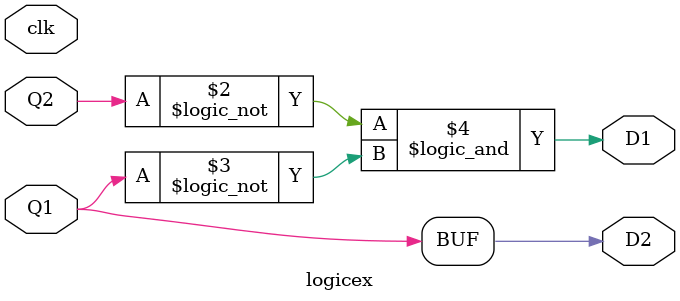
<source format=v>
module logicex (
		input clk ,Q1 , Q2 ,
		output reg D1 , D2
	);
always@ (*) begin
		D1 =((! Q2 ) &&(! Q1 ) );
		D2 = Q1 ;
	end
endmodule

</source>
